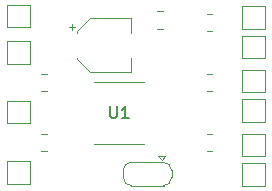
<source format=gbr>
%TF.GenerationSoftware,KiCad,Pcbnew,(6.0.5)*%
%TF.CreationDate,2022-06-14T11:23:11-03:00*%
%TF.ProjectId,Retro Video Amp,52657472-6f20-4566-9964-656f20416d70,rev?*%
%TF.SameCoordinates,Original*%
%TF.FileFunction,Legend,Top*%
%TF.FilePolarity,Positive*%
%FSLAX46Y46*%
G04 Gerber Fmt 4.6, Leading zero omitted, Abs format (unit mm)*
G04 Created by KiCad (PCBNEW (6.0.5)) date 2022-06-14 11:23:11*
%MOMM*%
%LPD*%
G01*
G04 APERTURE LIST*
%ADD10C,0.150000*%
%ADD11C,0.120000*%
G04 APERTURE END LIST*
D10*
%TO.C,*%
%TO.C,U1*%
X31800895Y-24217380D02*
X31800895Y-25026904D01*
X31848514Y-25122142D01*
X31896133Y-25169761D01*
X31991371Y-25217380D01*
X32181847Y-25217380D01*
X32277085Y-25169761D01*
X32324704Y-25122142D01*
X32372323Y-25026904D01*
X32372323Y-24217380D01*
X33372323Y-25217380D02*
X32800895Y-25217380D01*
X33086609Y-25217380D02*
X33086609Y-24217380D01*
X32991371Y-24360238D01*
X32896133Y-24455476D01*
X32800895Y-24503095D01*
%TO.C,*%
D11*
%TO.C,C2*%
X35748748Y-17655000D02*
X36271252Y-17655000D01*
X35748748Y-16185000D02*
X36271252Y-16185000D01*
%TO.C,JP1*%
X33550000Y-28952500D02*
X36350000Y-28952500D01*
X37000000Y-29652500D02*
X37000000Y-30252500D01*
X36450000Y-28452500D02*
X35850000Y-28452500D01*
X36150000Y-28752500D02*
X36450000Y-28452500D01*
X36150000Y-28752500D02*
X35850000Y-28452500D01*
X32900000Y-30252500D02*
X32900000Y-29652500D01*
X36350000Y-30952500D02*
X33550000Y-30952500D01*
X32900000Y-30252500D02*
G75*
G03*
X33600000Y-30952500I700000J0D01*
G01*
X33600000Y-28952500D02*
G75*
G03*
X32900000Y-29652500I0J-700000D01*
G01*
X37000000Y-29652500D02*
G75*
G03*
X36300000Y-28952500I-699999J1D01*
G01*
X36300000Y-30952500D02*
G75*
G03*
X37000000Y-30252500I1J699999D01*
G01*
%TO.C,*%
X24995000Y-20620000D02*
X23095000Y-20620000D01*
X23095000Y-18720000D02*
X24995000Y-18720000D01*
X24995000Y-18720000D02*
X24995000Y-20620000D01*
X23095000Y-20620000D02*
X23095000Y-18720000D01*
X44870000Y-15750000D02*
X44870000Y-17650000D01*
X42970000Y-15750000D02*
X44870000Y-15750000D01*
X44870000Y-17650000D02*
X42970000Y-17650000D01*
X42970000Y-17650000D02*
X42970000Y-15750000D01*
X23080000Y-25650000D02*
X23080000Y-23750000D01*
X24980000Y-23750000D02*
X24980000Y-25650000D01*
X24980000Y-25650000D02*
X23080000Y-25650000D01*
X23080000Y-23750000D02*
X24980000Y-23750000D01*
%TO.C,R3*%
X40409864Y-28040000D02*
X39955736Y-28040000D01*
X40409864Y-26570000D02*
X39955736Y-26570000D01*
%TO.C,C4*%
X25951548Y-28040000D02*
X26474052Y-28040000D01*
X25951548Y-26570000D02*
X26474052Y-26570000D01*
%TO.C,*%
X42970000Y-29050000D02*
X44870000Y-29050000D01*
X44870000Y-30950000D02*
X42970000Y-30950000D01*
X44870000Y-29050000D02*
X44870000Y-30950000D01*
X42970000Y-30950000D02*
X42970000Y-29050000D01*
%TO.C,C1*%
X28542800Y-17240000D02*
X28542800Y-17740000D01*
X29032800Y-20245563D02*
X29032800Y-20110000D01*
X29032800Y-17854437D02*
X30097237Y-16790000D01*
X29032800Y-20245563D02*
X30097237Y-21310000D01*
X33552800Y-21310000D02*
X33552800Y-20110000D01*
X33552800Y-16790000D02*
X33552800Y-17990000D01*
X30097237Y-21310000D02*
X33552800Y-21310000D01*
X29032800Y-17854437D02*
X29032800Y-17990000D01*
X30097237Y-16790000D02*
X33552800Y-16790000D01*
X28292800Y-17490000D02*
X28792800Y-17490000D01*
%TO.C,U1*%
X34683700Y-22148800D02*
X30441900Y-22148800D01*
X30441900Y-27381200D02*
X34683700Y-27381200D01*
%TO.C,R2*%
X39955736Y-22960000D02*
X40409864Y-22960000D01*
X39955736Y-21490000D02*
X40409864Y-21490000D01*
%TO.C,*%
X42970000Y-28450000D02*
X42970000Y-26550000D01*
X42970000Y-26550000D02*
X44870000Y-26550000D01*
X44870000Y-28450000D02*
X42970000Y-28450000D01*
X44870000Y-26550000D02*
X44870000Y-28450000D01*
X42970000Y-20150000D02*
X42970000Y-18250000D01*
X44870000Y-20150000D02*
X42970000Y-20150000D01*
X44870000Y-18250000D02*
X44870000Y-20150000D01*
X42970000Y-18250000D02*
X44870000Y-18250000D01*
X24995000Y-15650000D02*
X24995000Y-17550000D01*
X24995000Y-17550000D02*
X23095000Y-17550000D01*
X23095000Y-17550000D02*
X23095000Y-15650000D01*
X23095000Y-15650000D02*
X24995000Y-15650000D01*
%TO.C,R1*%
X39955736Y-17880000D02*
X40409864Y-17880000D01*
X39955736Y-16410000D02*
X40409864Y-16410000D01*
%TO.C,C3*%
X25951548Y-22960000D02*
X26474052Y-22960000D01*
X25951548Y-21490000D02*
X26474052Y-21490000D01*
%TO.C,*%
X44870000Y-23650000D02*
X44870000Y-25550000D01*
X42970000Y-23650000D02*
X44870000Y-23650000D01*
X44870000Y-25550000D02*
X42970000Y-25550000D01*
X42970000Y-25550000D02*
X42970000Y-23650000D01*
X23095000Y-30770000D02*
X23095000Y-28870000D01*
X24995000Y-30770000D02*
X23095000Y-30770000D01*
X24995000Y-28870000D02*
X24995000Y-30770000D01*
X23095000Y-28870000D02*
X24995000Y-28870000D01*
X42970000Y-23050000D02*
X42970000Y-21150000D01*
X42970000Y-21150000D02*
X44870000Y-21150000D01*
X44870000Y-21150000D02*
X44870000Y-23050000D01*
X44870000Y-23050000D02*
X42970000Y-23050000D01*
%TD*%
M02*

</source>
